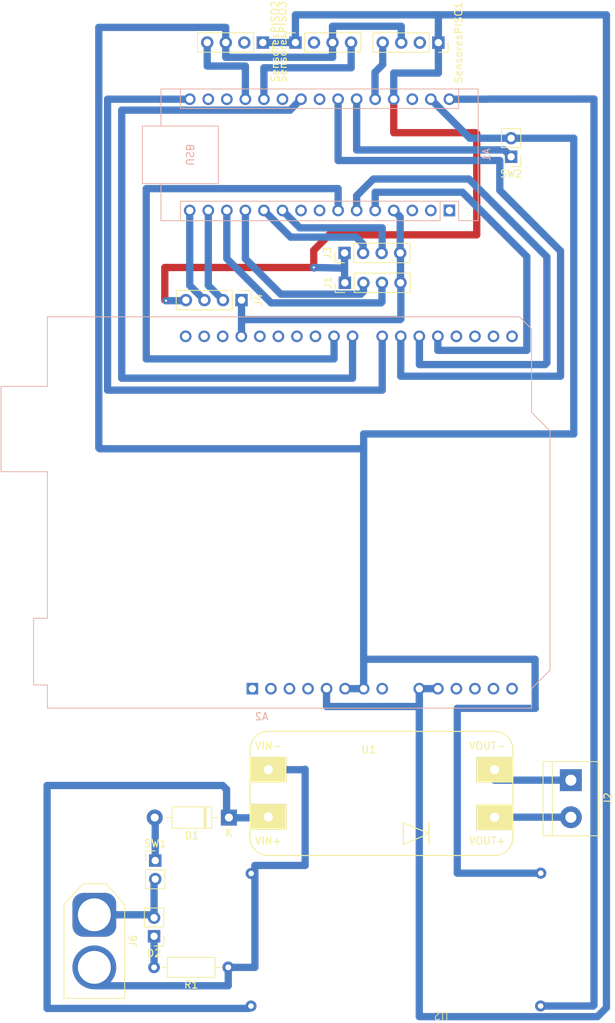
<source format=kicad_pcb>
(kicad_pcb (version 20240108) (generator "pcbnew") (generator_version "8.0")
  (layers (0 "F.Cu" signal) (31 "B.Cu" signal) (34 "B.Paste" user) (35 "F.Paste" user) (36 "B.SilkS" user "B.Silkscreen") (37 "F.SilkS" user "F.Silkscreen") (38 "B.Mask" user) (39 "F.Mask" user) (44 "Edge.Cuts" user))
  (net 0 "")
  (net 1 "AIN2 MONSTER SHIELD")
  (net 3 "ECHO 1")
  (net 4 "SENSOR DE PISO 1")
  (net 6 "ECHO 3")
  (net 10 "ECHO 2")
  (net 11 "GND")
  (net 12 "TRIG 2")
  (net 13 "VIN")
  (net 14 "AIN1 MONSTER SHIELD")
  (net 15 "SENSOR DE PISO 2")
  (net 16 "TRIG 3")
  (net 17 "BIN 2 MONSTER SHIELD")
  (net 18 "TRIG 1")
  (net 19 "BIN 1 MONSTER SHIELD")
  (net 20 "+5V")
  (net 21 "PWM A MONSTER SHIELD")
  (net 22 "PWM B MONSTER SHIELD")
  (net 23 "SENSOR DE PISO 3")
  (net 24 "Earth")
  (net 29 "Net-(D1-A)")
  (net 36 "Net-(D2-K)")
  (net 40 "Net-(D2-A)")
  (net 46 "BOTON ")
  (net 55 "STEP DOWN")
  (net 58 "Net-(J2-Pin_1)")
  (net 59 "Net-(J2-Pin_2)")
  (footprint "misc_footprints:MT3608_module" (layer "F.Cu") (at 142.5 122.48 180)
    (property "Reference" "U1" (at 0.25 6 180) (layer "F.SilkS"))
    (property "Value" "~")
    (fp_line (start 16.5 6) (end 16.5 -6) (stroke (width 0.15)) (layer "F.SilkS"))
    (fp_line (start 14 -8.5) (end -17 -8.5) (stroke (width 0.15)) (layer "F.SilkS"))
    (fp_line (start -4.5 -4) (end -8 -5.5) (stroke (width 0.15)) (layer "F.SilkS"))
    (fp_line (start -4.5 -7) (end -4.5 -4) (stroke (width 0.15)) (layer "F.SilkS"))
    (fp_line (start -8 -5.5) (end -4.5 -7) (stroke (width 0.15)) (layer "F.SilkS"))
    (fp_line (start -8 -7) (end -8 -4) (stroke (width 0.15)) (layer "F.SilkS"))
    (fp_line (start -17 8.5) (end 14 8.5) (stroke (width 0.15)) (layer "F.SilkS"))
    (fp_line (start -19.5 -6) (end -19.5 6) (stroke (width 0.15)) (layer "F.SilkS"))
    (fp_arc (start 16.5 6) (mid 15.767767 7.767767) (end 14 8.5) (stroke (width 0.15)) (layer "F.SilkS"))
    (fp_arc (start 14 -8.5) (mid 15.767767 -7.767767) (end 16.5 -6) (stroke (width 0.15)) (layer "F.SilkS"))
    (fp_arc (start -17 8.5) (mid -18.767767 7.767767) (end -19.5 6) (stroke (width 0.15)) (layer "F.SilkS"))
    (fp_arc (start -19.5 -6) (mid -18.767767 -7.767767) (end -17 -8.5) (stroke (width 0.15)) (layer "F.SilkS"))
    (fp_text user "VIN+" (at 14 -6.5 180) (layer "F.SilkS"))
    (fp_text user "VIN-" (at 14 6.5 180) (layer "F.SilkS"))
    (fp_text user "VOUT+" (at -16 -6.5 180) (layer "F.SilkS"))
    (fp_text user "VOUT-" (at -16 6.5 180) (layer "F.SilkS"))
    (pad "VIN+" thru_hole rect (at 14 -3.2) (size 5 3.5) (drill 1.25) (layers "*.Cu" "*.Mask" "F.SilkS") (net 55 "STEP DOWN"))
    (pad "VIN-" thru_hole rect (at 14 3.25) (size 5 3.5) (drill 1.25) (layers "*.Cu" "*.Mask" "F.SilkS") (net 24 "Earth"))
    (pad "VOUT+" thru_hole rect (at -17 -3.25) (size 5 3.5) (drill 1.25) (layers "*.Cu" "*.Mask" "F.SilkS") (net 59 "Net-(J2-Pin_2)"))
    (pad "VOUT-" thru_hole rect (at -17 3.25) (size 5 3.5) (drill 1.25) (layers "*.Cu" "*.Mask" "F.SilkS") (net 58 "Net-(J2-Pin_1)"))
  )
  (footprint "Connector_PinSocket_2.54mm:PinSocket_1x04_P2.54mm_Vertical" (layer "F.Cu") (at 132.22 19.63 90)
    (property "Reference" "SensoresPISO2" (at 0.13 -2.8 -90) (layer "F.SilkS"))
    (property "Value" "Conn_01x04")
    (fp_line (start 1.33 -1.33) (end 1.33 0) (stroke (width 0.12)) (layer "F.SilkS"))
    (fp_line (start 0 -1.33) (end 1.33 -1.33) (stroke (width 0.12)) (layer "F.SilkS"))
    (fp_line (start 1.33 1.27) (end 1.33 8.95) (stroke (width 0.12)) (layer "F.SilkS"))
    (fp_line (start -1.33 1.27) (end 1.33 1.27) (stroke (width 0.12)) (layer "F.SilkS"))
    (fp_line (start -1.33 1.27) (end -1.33 8.95) (stroke (width 0.12)) (layer "F.SilkS"))
    (fp_line (start -1.33 8.95) (end 1.33 8.95) (stroke (width 0.12)) (layer "F.SilkS"))
    (pad "1" thru_hole rect (at 0 0 90) (size 1.7 1.7) (drill 1) (layers "*.Cu" "*.Mask") (net 20 "+5V"))
    (pad "2" thru_hole oval (at 0 2.54 90) (size 1.7 1.7) (drill 1) (layers "*.Cu" "*.Mask"))
    (pad "3" thru_hole oval (at 0 5.08 90) (size 1.7 1.7) (drill 1) (layers "*.Cu" "*.Mask") (net 11 "GND"))
    (pad "4" thru_hole oval (at 0 7.62 90) (size 1.7 1.7) (drill 1) (layers "*.Cu" "*.Mask") (net 15 "SENSOR DE PISO 2"))
  )
  (footprint "Connector_PinHeader_2.54mm:PinHeader_1x04_P2.54mm_Vertical" (layer "F.Cu") (at 138.95 48.45 90)
    (property "Reference" "J3" (at 0 -2.33 270) (layer "F.SilkS"))
    (property "Value" "Ultrasonico 2")
    (fp_line (start -1.33 -1.33) (end 0 -1.33) (stroke (width 0.12)) (layer "F.SilkS"))
    (fp_line (start -1.33 0) (end -1.33 -1.33) (stroke (width 0.12)) (layer "F.SilkS"))
    (fp_line (start 1.33 1.27) (end 1.33 8.95) (stroke (width 0.12)) (layer "F.SilkS"))
    (fp_line (start -1.33 1.27) (end 1.33 1.27) (stroke (width 0.12)) (layer "F.SilkS"))
    (fp_line (start -1.33 1.27) (end -1.33 8.95) (stroke (width 0.12)) (layer "F.SilkS"))
    (fp_line (start -1.33 8.95) (end 1.33 8.95) (stroke (width 0.12)) (layer "F.SilkS"))
    (pad "1" thru_hole rect (at 0 0 90) (size 1.7 1.7) (drill 1) (layers "*.Cu" "*.Mask") (net 20 "+5V"))
    (pad "2" thru_hole oval (at 0 2.54 90) (size 1.7 1.7) (drill 1) (layers "*.Cu" "*.Mask") (net 12 "TRIG 2"))
    (pad "3" thru_hole oval (at 0 5.08 90) (size 1.7 1.7) (drill 1) (layers "*.Cu" "*.Mask") (net 10 "ECHO 2"))
    (pad "4" thru_hole oval (at 0 7.62 90) (size 1.7 1.7) (drill 1) (layers "*.Cu" "*.Mask") (net 11 "GND"))
  )
  (footprint "Connector_PinHeader_2.54mm:PinHeader_1x02_P2.54mm_Vertical" (layer "F.Cu") (at 161.76 35.275 180)
    (property "Reference" "SW2" (at 0 -2.33 180) (layer "F.SilkS"))
    (property "Value" "SW_Push")
    (fp_line (start 1.33 1.27) (end 1.33 3.87) (stroke (width 0.12)) (layer "F.SilkS"))
    (fp_line (start -1.33 3.87) (end 1.33 3.87) (stroke (width 0.12)) (layer "F.SilkS"))
    (fp_line (start -1.33 1.27) (end 1.33 1.27) (stroke (width 0.12)) (layer "F.SilkS"))
    (fp_line (start -1.33 1.27) (end -1.33 3.87) (stroke (width 0.12)) (layer "F.SilkS"))
    (fp_line (start -1.33 0) (end -1.33 -1.33) (stroke (width 0.12)) (layer "F.SilkS"))
    (fp_line (start -1.33 -1.33) (end 0 -1.33) (stroke (width 0.12)) (layer "F.SilkS"))
    (pad "1" thru_hole rect (at 0 0 180) (size 1.7 1.7) (drill 1) (layers "*.Cu" "*.Mask") (net 46 "BOTON "))
    (pad "2" thru_hole oval (at 0 2.54 180) (size 1.7 1.7) (drill 1) (layers "*.Cu" "*.Mask") (net 11 "GND"))
  )
  (footprint "Connector_PinSocket_2.54mm:PinSocket_1x04_P2.54mm_Vertical" (layer "F.Cu") (at 127.76 19.63 -90)
    (property "Reference" "SensoresPISO3" (at -0.13 -2.74 90) (layer "F.SilkS"))
    (property "Value" "Conn_01x04")
    (fp_line (start -1.33 8.95) (end 1.33 8.95) (stroke (width 0.12)) (layer "F.SilkS"))
    (fp_line (start -1.33 1.27) (end -1.33 8.95) (stroke (width 0.12)) (layer "F.SilkS"))
    (fp_line (start -1.33 1.27) (end 1.33 1.27) (stroke (width 0.12)) (layer "F.SilkS"))
    (fp_line (start 1.33 1.27) (end 1.33 8.95) (stroke (width 0.12)) (layer "F.SilkS"))
    (fp_line (start 0 -1.33) (end 1.33 -1.33) (stroke (width 0.12)) (layer "F.SilkS"))
    (fp_line (start 1.33 -1.33) (end 1.33 0) (stroke (width 0.12)) (layer "F.SilkS"))
    (pad "1" thru_hole rect (at 0 0 270) (size 1.7 1.7) (drill 1) (layers "*.Cu" "*.Mask") (net 20 "+5V"))
    (pad "2" thru_hole oval (at 0 2.54 270) (size 1.7 1.7) (drill 1) (layers "*.Cu" "*.Mask"))
    (pad "3" thru_hole oval (at 0 5.08 270) (size 1.7 1.7) (drill 1) (layers "*.Cu" "*.Mask") (net 11 "GND"))
    (pad "4" thru_hole oval (at 0 7.62 270) (size 1.7 1.7) (drill 1) (layers "*.Cu" "*.Mask") (net 23 "SENSOR DE PISO 3"))
  )
  (footprint "Connector_PinSocket_2.54mm:PinSocket_1x04_P2.54mm_Vertical" (layer "F.Cu") (at 151.795 19.64 -90)
    (property "Reference" "SensoresPISO1" (at 0 -2.77 90) (layer "F.SilkS"))
    (property "Value" "Conn_01x04")
    (fp_line (start -1.33 8.95) (end 1.33 8.95) (stroke (width 0.12)) (layer "F.SilkS"))
    (fp_line (start -1.33 1.27) (end -1.33 8.95) (stroke (width 0.12)) (layer "F.SilkS"))
    (fp_line (start -1.33 1.27) (end 1.33 1.27) (stroke (width 0.12)) (layer "F.SilkS"))
    (fp_line (start 1.33 1.27) (end 1.33 8.95) (stroke (width 0.12)) (layer "F.SilkS"))
    (fp_line (start 0 -1.33) (end 1.33 -1.33) (stroke (width 0.12)) (layer "F.SilkS"))
    (fp_line (start 1.33 -1.33) (end 1.33 0) (stroke (width 0.12)) (layer "F.SilkS"))
    (pad "1" thru_hole rect (at 0 0 270) (size 1.7 1.7) (drill 1) (layers "*.Cu" "*.Mask") (net 20 "+5V"))
    (pad "2" thru_hole oval (at 0 2.54 270) (size 1.7 1.7) (drill 1) (layers "*.Cu" "*.Mask"))
    (pad "3" thru_hole oval (at 0 5.08 270) (size 1.7 1.7) (drill 1) (layers "*.Cu" "*.Mask") (net 11 "GND"))
    (pad "4" thru_hole oval (at 0 7.62 270) (size 1.7 1.7) (drill 1) (layers "*.Cu" "*.Mask") (net 4 "SENSOR DE PISO 1"))
  )
  (footprint "Connector_PinHeader_2.54mm:PinHeader_1x04_P2.54mm_Vertical" (layer "F.Cu") (at 124.84 54.91 -90)
    (property "Reference" "J4" (at 0 -2.33 90) (layer "F.SilkS"))
    (property "Value" "Ultrasonico 3" (hide yes))
    (fp_line (start -1.33 8.95) (end 1.33 8.95) (stroke (width 0.12)) (layer "F.SilkS"))
    (fp_line (start -1.33 1.27) (end -1.33 8.95) (stroke (width 0.12)) (layer "F.SilkS"))
    (fp_line (start -1.33 1.27) (end 1.33 1.27) (stroke (width 0.12)) (layer "F.SilkS"))
    (fp_line (start 1.33 1.27) (end 1.33 8.95) (stroke (width 0.12)) (layer "F.SilkS"))
    (fp_line (start -1.33 0) (end -1.33 -1.33) (stroke (width 0.12)) (layer "F.SilkS"))
    (fp_line (start -1.33 -1.33) (end 0 -1.33) (stroke (width 0.12)) (layer "F.SilkS"))
    (pad "1" thru_hole rect (at 0 0 270) (size 1.7 1.7) (drill 1) (layers "*.Cu" "*.Mask") (net 11 "GND"))
    (pad "2" thru_hole oval (at 0 2.54 270) (size 1.7 1.7) (drill 1) (layers "*.Cu" "*.Mask") (net 6 "ECHO 3"))
    (pad "3" thru_hole oval (at 0 5.08 270) (size 1.7 1.7) (drill 1) (layers "*.Cu" "*.Mask") (net 16 "TRIG 3"))
    (pad "4" thru_hole oval (at 0 7.62 270) (size 1.7 1.7) (drill 1) (layers "*.Cu" "*.Mask") (net 20 "+5V"))
  )
  (footprint "Diode_THT:D_DO-41_SOD81_P10.16mm_Horizontal" (layer "F.Cu") (at 123.11 125.78 180)
    (property "Reference" "D1" (at 5.08 -2.47 180) (layer "F.SilkS"))
    (property "Value" "1N4007")
    (fp_line (start 8.82 0) (end 7.8 0) (stroke (width 0.12)) (layer "F.SilkS"))
    (fp_line (start 7.8 1.47) (end 7.8 -1.47) (stroke (width 0.12)) (layer "F.SilkS"))
    (fp_line (start 7.8 -1.47) (end 2.36 -1.47) (stroke (width 0.12)) (layer "F.SilkS"))
    (fp_line (start 3.38 -1.47) (end 3.38 1.47) (stroke (width 0.12)) (layer "F.SilkS"))
    (fp_line (start 3.26 -1.47) (end 3.26 1.47) (stroke (width 0.12)) (layer "F.SilkS"))
    (fp_line (start 3.14 -1.47) (end 3.14 1.47) (stroke (width 0.12)) (layer "F.SilkS"))
    (fp_line (start 2.36 1.47) (end 7.8 1.47) (stroke (width 0.12)) (layer "F.SilkS"))
    (fp_line (start 2.36 -1.47) (end 2.36 1.47) (stroke (width 0.12)) (layer "F.SilkS"))
    (fp_line (start 1.34 0) (end 2.36 0) (stroke (width 0.12)) (layer "F.SilkS"))
    (fp_text user "K" (at 0 -2.1 180) (layer "F.SilkS"))
    (pad "1" thru_hole rect (at 0 0 180) (size 2.2 2.2) (drill 1.1) (layers "*.Cu" "*.Mask") (net 55 "STEP DOWN"))
    (pad "2" thru_hole oval (at 10.16 0 180) (size 2.2 2.2) (drill 1.1) (layers "*.Cu" "*.Mask") (net 29 "Net-(D1-A)"))
  )
  (footprint "Connector_PinHeader_2.54mm:PinHeader_1x02_P2.54mm_Vertical" (layer "F.Cu") (at 112.86 142.04 180)
    (property "Reference" "D2" (at 0 -2.33 180) (layer "F.SilkS"))
    (property "Value" "LED" (hide yes))
    (fp_line (start 1.33 1.27) (end 1.33 3.87) (stroke (width 0.12)) (layer "F.SilkS"))
    (fp_line (start -1.33 3.87) (end 1.33 3.87) (stroke (width 0.12)) (layer "F.SilkS"))
    (fp_line (start -1.33 1.27) (end 1.33 1.27) (stroke (width 0.12)) (layer "F.SilkS"))
    (fp_line (start -1.33 1.27) (end -1.33 3.87) (stroke (width 0.12)) (layer "F.SilkS"))
    (fp_line (start -1.33 0) (end -1.33 -1.33) (stroke (width 0.12)) (layer "F.SilkS"))
    (fp_line (start -1.33 -1.33) (end 0 -1.33) (stroke (width 0.12)) (layer "F.SilkS"))
    (pad "1" thru_hole rect (at 0 0 180) (size 1.7 1.7) (drill 1) (layers "*.Cu" "*.Mask") (net 36 "Net-(D2-K)"))
    (pad "2" thru_hole oval (at 0 2.54 180) (size 1.7 1.7) (drill 1) (layers "*.Cu" "*.Mask") (net 40 "Net-(D2-A)"))
  )
  (footprint "Resistor_THT:R_Axial_DIN0207_L6.3mm_D2.5mm_P10.16mm_Horizontal" (layer "F.Cu") (at 123.02 146.3 180)
    (property "Reference" "R1" (at 5.08 -2.37 180) (layer "F.SilkS"))
    (property "Value" "R_US")
    (fp_line (start 9.12 0) (end 8.35 0) (stroke (width 0.12)) (layer "F.SilkS"))
    (fp_line (start 8.35 1.37) (end 8.35 -1.37) (stroke (width 0.12)) (layer "F.SilkS"))
    (fp_line (start 8.35 -1.37) (end 1.81 -1.37) (stroke (width 0.12)) (layer "F.SilkS"))
    (fp_line (start 1.81 1.37) (end 8.35 1.37) (stroke (width 0.12)) (layer "F.SilkS"))
    (fp_line (start 1.81 -1.37) (end 1.81 1.37) (stroke (width 0.12)) (layer "F.SilkS"))
    (fp_line (start 1.04 0) (end 1.81 0) (stroke (width 0.12)) (layer "F.SilkS"))
    (pad "1" thru_hole circle (at 0 0 180) (size 1.6 1.6) (drill 0.8) (layers "*.Cu" "*.Mask") (net 24 "Earth"))
    (pad "2" thru_hole oval (at 10.16 0 180) (size 1.6 1.6) (drill 0.8) (layers "*.Cu" "*.Mask") (net 36 "Net-(D2-K)"))
  )
  (footprint "Connector_AMASS:AMASS_XT60-F_1x02_P7.20mm_Vertical" (layer "F.Cu") (at 104.68 139.1 -90)
    (property "Reference" "J6" (at 3.6 -5.3 90) (layer "F.SilkS"))
    (property "Value" "Screw_Terminal_01x02")
    (fp_line (start -1.4 4.15) (end 11.45 4.15) (stroke (width 0.12)) (layer "F.SilkS"))
    (fp_line (start 11.45 4.15) (end 11.45 -4.15) (stroke (width 0.12)) (layer "F.SilkS"))
    (fp_line (start -4.25 1.55) (end -1.4 4.15) (stroke (width 0.12)) (layer "F.SilkS"))
    (fp_line (start -4.25 -1.6) (end -4.25 1.55) (stroke (width 0.12)) (layer "F.SilkS"))
    (fp_line (start -1.4 -4.15) (end -4.25 -1.6) (stroke (width 0.12)) (layer "F.SilkS"))
    (fp_line (start 11.45 -4.15) (end -1.4 -4.15) (stroke (width 0.12)) (layer "F.SilkS"))
    (pad "1" thru_hole roundrect (at 0 0 270) (size 6 6) (drill 4.5) (layers "*.Cu" "*.Mask") (net 40 "Net-(D2-A)"))
    (pad "2" thru_hole circle (at 7.2 0 270) (size 6 6) (drill 4.5) (layers "*.Cu" "*.Mask") (net 24 "Earth"))
  )
  (footprint "Connector_PinHeader_2.54mm:PinHeader_1x04_P2.54mm_Vertical" (layer "F.Cu") (at 138.99 52.54 90)
    (property "Reference" "J1" (at 0 -2.33 270) (layer "F.SilkS"))
    (property "Value" "Ultrasonico 1")
    (fp_line (start -1.33 -1.33) (end 0 -1.33) (stroke (width 0.12)) (layer "F.SilkS"))
    (fp_line (start -1.33 0) (end -1.33 -1.33) (stroke (width 0.12)) (layer "F.SilkS"))
    (fp_line (start 1.33 1.27) (end 1.33 8.95) (stroke (width 0.12)) (layer "F.SilkS"))
    (fp_line (start -1.33 1.27) (end 1.33 1.27) (stroke (width 0.12)) (layer "F.SilkS"))
    (fp_line (start -1.33 1.27) (end -1.33 8.95) (stroke (width 0.12)) (layer "F.SilkS"))
    (fp_line (start -1.33 8.95) (end 1.33 8.95) (stroke (width 0.12)) (layer "F.SilkS"))
    (pad "1" thru_hole rect (at 0 0 90) (size 1.7 1.7) (drill 1) (layers "*.Cu" "*.Mask") (net 20 "+5V"))
    (pad "2" thru_hole oval (at 0 2.54 90) (size 1.7 1.7) (drill 1) (layers "*.Cu" "*.Mask") (net 18 "TRIG 1"))
    (pad "3" thru_hole oval (at 0 5.08 90) (size 1.7 1.7) (drill 1) (layers "*.Cu" "*.Mask") (net 3 "ECHO 1"))
    (pad "4" thru_hole oval (at 0 7.62 90) (size 1.7 1.7) (drill 1) (layers "*.Cu" "*.Mask") (net 11 "GND"))
  )
  (footprint "Step Down:Step Down" (layer "F.Cu") (at 152.18 152.42 180)
    (property "Reference" "U2" (at 0 -0.5 180) (layer "F.SilkS") (effects (font (thickness 0.1))))
    (property "Value" "~")
    (pad "VIN+" thru_hole circle (at 26.05 0.82 180) (size 1.524 1.524) (drill 0.762) (layers "*.Cu" "*.Mask") (net 55 "STEP DOWN"))
    (pad "VIN-" thru_hole circle (at 26.02 18.98 180) (size 1.524 1.524) (drill 0.762) (layers "*.Cu" "*.Mask") (net 24 "Earth"))
    (pad "VOUT+" thru_hole circle (at -13.62 0.83 180) (size 1.524 1.524) (drill 0.762) (layers "*.Cu" "*.Mask") (net 13 "VIN"))
    (pad "VOUT-" thru_hole circle (at -13.64 19.02 180) (size 1.524 1.524) (drill 0.762) (layers "*.Cu" "*.Mask") (net 11 "GND"))
  )
  (footprint "Connector_PinHeader_2.54mm:PinHeader_1x02_P2.54mm_Vertical" (layer "F.Cu") (at 113.02 131.67)
    (property "Reference" "SW1" (at 0 -2.33 0) (layer "F.SilkS"))
    (property "Value" "SW_SPST" (hide yes))
    (fp_line (start -1.33 -1.33) (end 0 -1.33) (stroke (width 0.12)) (layer "F.SilkS"))
    (fp_line (start -1.33 0) (end -1.33 -1.33) (stroke (width 0.12)) (layer "F.SilkS"))
    (fp_line (start -1.33 1.27) (end -1.33 3.87) (stroke (width 0.12)) (layer "F.SilkS"))
    (fp_line (start -1.33 1.27) (end 1.33 1.27) (stroke (width 0.12)) (layer "F.SilkS"))
    (fp_line (start -1.33 3.87) (end 1.33 3.87) (stroke (width 0.12)) (layer "F.SilkS"))
    (fp_line (start 1.33 1.27) (end 1.33 3.87) (stroke (width 0.12)) (layer "F.SilkS"))
    (pad "1" thru_hole rect (at 0 0) (size 1.7 1.7) (drill 1) (layers "*.Cu" "*.Mask") (net 29 "Net-(D1-A)"))
    (pad "2" thru_hole oval (at 0 2.54) (size 1.7 1.7) (drill 1) (layers "*.Cu" "*.Mask") (net 40 "Net-(D2-A)"))
  )
  (footprint "TerminalBlock:TerminalBlock_bornier-2_P5.08mm" (layer "F.Cu") (at 169.94 120.66 -90)
    (property "Reference" "J2" (at 2.54 -5.08 90) (layer "F.SilkS"))
    (property "Value" "Screw_Terminal_01x02")
    (fp_line (start -2.54 3.81) (end 7.62 3.81) (stroke (width 0.12)) (layer "F.SilkS"))
    (fp_line (start 7.62 3.81) (end 7.62 -3.81) (stroke (width 0.12)) (layer "F.SilkS"))
    (fp_line (start 7.62 2.54) (end -2.54 2.54) (stroke (width 0.12)) (layer "F.SilkS"))
    (fp_line (start -2.54 -3.81) (end -2.54 3.81) (stroke (width 0.12)) (layer "F.SilkS"))
    (fp_line (start 7.62 -3.81) (end -2.54 -3.81) (stroke (width 0.12)) (layer "F.SilkS"))
    (pad "1" thru_hole rect (at 0 0 270) (size 3 3) (drill 1.52) (layers "*.Cu" "*.Mask") (net 58 "Net-(J2-Pin_1)"))
    (pad "2" thru_hole circle (at 5.08 0 270) (size 3 3) (drill 1.52) (layers "*.Cu" "*.Mask") (net 59 "Net-(J2-Pin_2)"))
  )
  (footprint "Module:Arduino_UNO_R3" (layer "B.Cu") (at 126.325 108.13)
    (property "Reference" "A2" (at 1.27 3.81 0) (layer "B.SilkS") (effects (justify mirror)))
    (property "Value" "MONSTER SHIELD")
    (fp_line (start -34.42 -41.4) (end -34.42 -29.72) (stroke (width 0.12)) (layer "B.SilkS"))
    (fp_line (start -34.42 -29.72) (end -28.07 -29.72) (stroke (width 0.12)) (layer "B.SilkS"))
    (fp_line (start -29.97 -9.65) (end -29.97 -0.51) (stroke (width 0.12)) (layer "B.SilkS"))
    (fp_line (start -29.97 -0.51) (end -28.07 -0.51) (stroke (width 0.12)) (layer "B.SilkS"))
    (fp_line (start -28.07 -50.93) (end -28.07 -41.4) (stroke (width 0.12)) (layer "B.SilkS"))
    (fp_line (start -28.07 -41.4) (end -34.42 -41.4) (stroke (width 0.12)) (layer "B.SilkS"))
    (fp_line (start -28.07 -29.72) (end -28.07 -9.65) (stroke (width 0.12)) (layer "B.SilkS"))
    (fp_line (start -28.07 -9.65) (end -29.97 -9.65) (stroke (width 0.12)) (layer "B.SilkS"))
    (fp_line (start -28.07 -0.51) (end -28.07 2.67) (stroke (width 0.12)) (layer "B.SilkS"))
    (fp_line (start -28.07 2.67) (end 38.23 2.67) (stroke (width 0.12)) (layer "B.SilkS"))
    (fp_line (start 36.58 -50.93) (end -28.07 -50.93) (stroke (width 0.12)) (layer "B.SilkS"))
    (fp_line (start 38.23 -49.28) (end 36.58 -50.93) (stroke (width 0.12)) (layer "B.SilkS"))
    (fp_line (start 38.23 -37.85) (end 38.23 -49.28) (stroke (width 0.12)) (layer "B.SilkS"))
    (fp_line (start 38.23 0) (end 40.77 -2.54) (stroke (width 0.12)) (layer "B.SilkS"))
    (fp_line (start 38.23 2.67) (end 38.23 0) (stroke (width 0.12)) (layer "B.SilkS"))
    (fp_line (start 40.77 -35.31) (end 38.23 -37.85) (stroke (width 0.12)) (layer "B.SilkS"))
    (fp_line (start 40.77 -2.54) (end 40.77 -35.31) (stroke (width 0.12)) (layer "B.SilkS"))
    (pad "1" thru_hole rect (at 0 0 270) (size 1.6 1.6) (drill 1) (layers "*.Cu" "*.Mask"))
    (pad "2" thru_hole oval (at 2.54 0 270) (size 1.6 1.6) (drill 1) (layers "*.Cu" "*.Mask"))
    (pad "3" thru_hole oval (at 5.08 0 270) (size 1.6 1.6) (drill 1) (layers "*.Cu" "*.Mask"))
    (pad "4" thru_hole oval (at 7.62 0 270) (size 1.6 1.6) (drill 1) (layers "*.Cu" "*.Mask"))
    (pad "5" thru_hole oval (at 10.16 0 270) (size 1.6 1.6) (drill 1) (layers "*.Cu" "*.Mask") (net 20 "+5V"))
    (pad "6" thru_hole oval (at 12.7 0 270) (size 1.6 1.6) (drill 1) (layers "*.Cu" "*.Mask") (net 11 "GND"))
    (pad "7" thru_hole oval (at 15.24 0 270) (size 1.6 1.6) (drill 1) (layers "*.Cu" "*.Mask") (net 11 "GND"))
    (pad "8" thru_hole oval (at 17.78 0 270) (size 1.6 1.6) (drill 1) (layers "*.Cu" "*.Mask"))
    (pad "9" thru_hole oval (at 22.86 0 270) (size 1.6 1.6) (drill 1) (layers "*.Cu" "*.Mask") (net 20 "+5V"))
    (pad "10" thru_hole oval (at 25.4 0 270) (size 1.6 1.6) (drill 1) (layers "*.Cu" "*.Mask") (net 20 "+5V"))
    (pad "11" thru_hole oval (at 27.94 0 270) (size 1.6 1.6) (drill 1) (layers "*.Cu" "*.Mask"))
    (pad "12" thru_hole oval (at 30.48 0 270) (size 1.6 1.6) (drill 1) (layers "*.Cu" "*.Mask"))
    (pad "13" thru_hole oval (at 33.02 0 270) (size 1.6 1.6) (drill 1) (layers "*.Cu" "*.Mask"))
    (pad "14" thru_hole oval (at 35.56 0 270) (size 1.6 1.6) (drill 1) (layers "*.Cu" "*.Mask"))
    (pad "15" thru_hole oval (at 35.56 -48.26 270) (size 1.6 1.6) (drill 1) (layers "*.Cu" "*.Mask"))
    (pad "16" thru_hole oval (at 33.02 -48.26 270) (size 1.6 1.6) (drill 1) (layers "*.Cu" "*.Mask"))
    (pad "17" thru_hole oval (at 30.48 -48.26 270) (size 1.6 1.6) (drill 1) (layers "*.Cu" "*.Mask"))
    (pad "18" thru_hole oval (at 27.94 -48.26 270) (size 1.6 1.6) (drill 1) (layers "*.Cu" "*.Mask"))
    (pad "19" thru_hole oval (at 25.4 -48.26 270) (size 1.6 1.6) (drill 1) (layers "*.Cu" "*.Mask") (net 19 "BIN 1 MONSTER SHIELD"))
    (pad "20" thru_hole oval (at 22.86 -48.26 270) (size 1.6 1.6) (drill 1) (layers "*.Cu" "*.Mask") (net 21 "PWM A MONSTER SHIELD"))
    (pad "21" thru_hole oval (at 20.32 -48.26 270) (size 1.6 1.6) (drill 1) (layers "*.Cu" "*.Mask") (net 22 "PWM B MONSTER SHIELD"))
    (pad "22" thru_hole oval (at 17.78 -48.26 270) (size 1.6 1.6) (drill 1) (layers "*.Cu" "*.Mask") (net 14 "AIN1 MONSTER SHIELD"))
    (pad "23" thru_hole oval (at 13.72 -48.26 270) (size 1.6 1.6) (drill 1) (layers "*.Cu" "*.Mask") (net 1 "AIN2 MONSTER SHIELD"))
    (pad "24" thru_hole oval (at 11.18 -48.26 270) (size 1.6 1.6) (drill 1) (layers "*.Cu" "*.Mask") (net 17 "BIN 2 MONSTER SHIELD"))
    (pad "25" thru_hole oval (at 8.64 -48.26 270) (size 1.6 1.6) (drill 1) (layers "*.Cu" "*.Mask"))
    (pad "26" thru_hole oval (at 6.1 -48.26 270) (size 1.6 1.6) (drill 1) (layers "*.Cu" "*.Mask"))
    (pad "27" thru_hole oval (at 3.56 -48.26 270) (size 1.6 1.6) (drill 1) (layers "*.Cu" "*.Mask"))
    (pad "28" thru_hole oval (at 1.02 -48.26 270) (size 1.6 1.6) (drill 1) (layers "*.Cu" "*.Mask"))
    (pad "29" thru_hole oval (at -1.52 -48.26 270) (size 1.6 1.6) (drill 1) (layers "*.Cu" "*.Mask") (net 11 "GND"))
    (pad "30" thru_hole oval (at -4.06 -48.26 270) (size 1.6 1.6) (drill 1) (layers "*.Cu" "*.Mask"))
    (pad "31" thru_hole oval (at -6.6 -48.26 270) (size 1.6 1.6) (drill 1) (layers "*.Cu" "*.Mask"))
    (pad "32" thru_hole oval (at -9.14 -48.26 270) (size 1.6 1.6) (drill 1) (layers "*.Cu" "*.Mask"))
  )
  (footprint "Module:Arduino_Nano" (layer "B.Cu") (at 153.305 42.63 90)
    (property "Reference" "A1" (at 7.62 5.08 -90) (layer "B.SilkS") (effects (justify mirror)))
    (property "Value" "Arduino_Nano_v3.x")
    (fp_line (start 11.56 -42.04) (end 11.56 -31.62) (stroke (width 0.12)) (layer "B.SilkS"))
    (fp_line (start 3.68 -42.04) (end 11.56 -42.04) (stroke (width 0.12)) (layer "B.SilkS"))
    (fp_line (start 11.56 -39.5) (end 16.64 -39.5) (stroke (width 0.12)) (layer "B.SilkS"))
    (fp_line (start 3.68 -39.5) (end -1.4 -39.5) (stroke (width 0.12)) (layer "B.SilkS"))
    (fp_line (start -1.4 -39.5) (end -1.4 -1.27) (stroke (width 0.12)) (layer "B.SilkS"))
    (fp_line (start 16.64 -36.83) (end 13.97 -36.83) (stroke (width 0.12)) (layer "B.SilkS"))
    (fp_line (start 13.97 -36.83) (end 13.97 1.27) (stroke (width 0.12)) (layer "B.SilkS"))
    (fp_line (start 1.27 -36.83) (end 1.27 -1.27) (stroke (width 0.12)) (layer "B.SilkS"))
    (fp_line (start -1.4 -36.83) (end 1.27 -36.83) (stroke (width 0.12)) (layer "B.SilkS"))
    (fp_line (start 11.56 -31.62) (end 3.68 -31.62) (stroke (width 0.12)) (layer "B.SilkS"))
    (fp_line (start 3.68 -31.62) (end 3.68 -42.04) (stroke (width 0.12)) (layer "B.SilkS"))
    (fp_line (start -1.4 -1.27) (end 1.27 -1.27) (stroke (width 0.12)) (layer "B.SilkS"))
    (fp_line (start 16.64 1.27) (end 13.97 1.27) (stroke (width 0.12)) (layer "B.SilkS"))
    (fp_line (start 1.27 1.27) (end 1.27 -1.27) (stroke (width 0.12)) (layer "B.SilkS"))
    (fp_line (start -1.4 1.27) (end 1.27 1.27) (stroke (width 0.12)) (layer "B.SilkS"))
    (fp_line (start -1.4 1.27) (end -1.4 3.94) (stroke (width 0.12)) (layer "B.SilkS"))
    (fp_line (start 16.64 3.94) (end 16.64 -39.5) (stroke (width 0.12)) (layer "B.SilkS"))
    (fp_line (start -1.4 3.94) (end 16.64 3.94) (stroke (width 0.12)) (layer "B.SilkS"))
    (fp_text user "USB" (at 7.62 -35.56 -90) (layer "B.SilkS") (effects (justify mirror)))
    (pad "1" thru_hole rect (at 0 0 90) (size 1.6 1.6) (drill 1) (layers "*.Cu" "*.Mask"))
    (pad "2" thru_hole oval (at 0 -2.54 90) (size 1.6 1.6) (drill 1) (layers "*.Cu" "*.Mask"))
    (pad "3" thru_hole oval (at 0 -5.08 90) (size 1.6 1.6) (drill 1) (layers "*.Cu" "*.Mask"))
    (pad "4" thru_hole oval (at 0 -7.62 90) (size 1.6 1.6) (drill 1) (layers "*.Cu" "*.Mask") (net 11 "GND"))
    (pad "5" thru_hole oval (at 0 -10.16 90) (size 1.6 1.6) (drill 1) (layers "*.Cu" "*.Mask") (net 19 "BIN 1 MONSTER SHIELD"))
    (pad "6" thru_hole oval (at 0 -12.7 90) (size 1.6 1.6) (drill 1) (layers "*.Cu" "*.Mask") (net 21 "PWM A MONSTER SHIELD"))
    (pad "7" thru_hole oval (at 0 -15.24 90) (size 1.6 1.6) (drill 1) (layers "*.Cu" "*.Mask") (net 17 "BIN 2 MONSTER SHIELD"))
    (pad "8" thru_hole oval (at 0 -17.78 90) (size 1.6 1.6) (drill 1) (layers "*.Cu" "*.Mask"))
    (pad "9" thru_hole oval (at 0 -20.32 90) (size 1.6 1.6) (drill 1) (layers "*.Cu" "*.Mask"))
    (pad "10" thru_hole oval (at 0 -22.86 90) (size 1.6 1.6) (drill 1) (layers "*.Cu" "*.Mask") (net 10 "ECHO 2"))
    (pad "11" thru_hole oval (at 0 -25.4 90) (size 1.6 1.6) (drill 1) (layers "*.Cu" "*.Mask") (net 12 "TRIG 2"))
    (pad "12" thru_hole oval (at 0 -27.94 90) (size 1.6 1.6) (drill 1) (layers "*.Cu" "*.Mask") (net 18 "TRIG 1"))
    (pad "13" thru_hole oval (at 0 -30.48 90) (size 1.6 1.6) (drill 1) (layers "*.Cu" "*.Mask") (net 3 "ECHO 1"))
    (pad "14" thru_hole oval (at 0 -33.02 90) (size 1.6 1.6) (drill 1) (layers "*.Cu" "*.Mask") (net 6 "ECHO 3"))
    (pad "15" thru_hole oval (at 0 -35.56 90) (size 1.6 1.6) (drill 1) (layers "*.Cu" "*.Mask") (net 16 "TRIG 3"))
    (pad "16" thru_hole oval (at 15.24 -35.56 90) (size 1.6 1.6) (drill 1) (layers "*.Cu" "*.Mask") (net 14 "AIN1 MONSTER SHIELD"))
    (pad "17" thru_hole oval (at 15.24 -33.02 90) (size 1.6 1.6) (drill 1) (layers "*.Cu" "*.Mask"))
    (pad "18" thru_hole oval (at 15.24 -30.48 90) (size 1.6 1.6) (drill 1) (layers "*.Cu" "*.Mask"))
    (pad "19" thru_hole oval (at 15.24 -27.94 90) (size 1.6 1.6) (drill 1) (layers "*.Cu" "*.Mask") (net 23 "SENSOR DE PISO 3"))
    (pad "20" thru_hole oval (at 15.24 -25.4 90) (size 1.6 1.6) (drill 1) (layers "*.Cu" "*.Mask") (net 15 "SENSOR DE PISO 2"))
    (pad "21" thru_hole oval (at 15.24 -22.86 90) (size 1.6 1.6) (drill 1) (layers "*.Cu" "*.Mask"))
    (pad "22" thru_hole oval (at 15.24 -20.32 90) (size 1.6 1.6) (drill 1) (layers "*.Cu" "*.Mask") (net 1 "AIN2 MONSTER SHIELD"))
    (pad "23" thru_hole oval (at 15.24 -17.78 90) (size 1.6 1.6) (drill 1) (layers "*.Cu" "*.Mask"))
    (pad "24" thru_hole oval (at 15.24 -15.24 90) (size 1.6 1.6) (drill 1) (layers "*.Cu" "*.Mask") (net 22 "PWM B MONSTER SHIELD"))
    (pad "25" thru_hole oval (at 15.24 -12.7 90) (size 1.6 1.6) (drill 1) (layers "*.Cu" "*.Mask") (net 46 "BOTON "))
    (pad "26" thru_hole oval (at 15.24 -10.16 90) (size 1.6 1.6) (drill 1) (layers "*.Cu" "*.Mask") (net 4 "SENSOR DE PISO 1"))
    (pad "27" thru_hole oval (at 15.24 -7.62 90) (size 1.6 1.6) (drill 1) (layers "*.Cu" "*.Mask") (net 20 "+5V"))
    (pad "28" thru_hole oval (at 15.24 -5.08 90) (size 1.6 1.6) (drill 1) (layers "*.Cu" "*.Mask"))
    (pad "29" thru_hole oval (at 15.24 -2.54 90) (size 1.6 1.6) (drill 1) (layers "*.Cu" "*.Mask") (net 11 "GND"))
    (pad "30" thru_hole oval (at 15.24 0 90) (size 1.6 1.6) (drill 1) (layers "*.Cu" "*.Mask") (net 13 "VIN"))
  )
  (segment (start 108.43 65.6) (end 108.43 28.89) (width 1) (layer "B.Cu") (net 1))
  (segment (start 140.045 65.6) (end 108.43 65.6) (width 1) (layer "B.Cu") (net 1))
  (segment (start 140.045 59.87) (end 140.045 65.6) (width 1) (layer "B.Cu") (net 1))
  (segment (start 131.485 28.89) (end 132.985 27.39) (width 1) (layer "B.Cu") (net 1))
  (segment (start 108.43 28.89) (end 131.485 28.89) (width 1) (layer "B.Cu") (net 1))
  (segment (start 144.07 55.16) (end 143.94 55.29) (width 1) (layer "B.Cu") (net 3))
  (segment (start 144.07 52.54) (end 144.07 55.16) (width 1) (layer "B.Cu") (net 3))
  (segment (start 143.94 55.29) (end 128.89 55.29) (width 1) (layer "B.Cu") (net 3))
  (segment (start 122.825 49.225) (end 122.825 42.63) (width 1) (layer "B.Cu") (net 3))
  (segment (start 128.89 55.29) (end 122.825 49.225) (width 1) (layer "B.Cu") (net 3))
  (segment (start 143.12 23.7) (end 143.12 27.365) (width 1) (layer "B.Cu") (net 4))
  (segment (start 144.175 22.645) (end 143.12 23.7) (width 1) (layer "B.Cu") (net 4))
  (segment (start 144.175 19.64) (end 144.175 22.645) (width 1) (layer "B.Cu") (net 4))
  (segment (start 143.12 27.365) (end 143.145 27.39) (width 1) (layer "B.Cu") (net 4))
  (segment (start 122.3 54.91) (end 120.285 52.895) (width 1) (layer "B.Cu") (net 6))
  (segment (start 120.285 52.895) (end 120.285 42.63) (width 1) (layer "B.Cu") (net 6))
  (segment (start 132.825 45.01) (end 130.445 42.63) (width 1) (layer "B.Cu") (net 10))
  (segment (start 144.1 48.38) (end 144.1 45.01) (width 1) (layer "B.Cu") (net 10))
  (segment (start 144.03 48.45) (end 144.1 48.38) (width 1) (layer "B.Cu") (net 10))
  (segment (start 144.1 45.01) (end 132.825 45.01) (width 1) (layer "B.Cu") (net 10))
  (segment (start 146.715 17.4) (end 146.715 19.64) (width 1) (layer "B.Cu") (net 11))
  (segment (start 156.11 32.735) (end 161.76 32.735) (width 1) (layer "B.Cu") (net 11))
  (segment (start 124.84 57.58) (end 146.55 57.58) (width 1) (layer "B.Cu") (net 11))
  (segment (start 137.3 21.63) (end 137.32 21.65) (width 1) (layer "B.Cu") (net 11))
  (segment (start 124.84 54.91) (end 124.84 57.58) (width 1) (layer "B.Cu") (net 11))
  (segment (start 170.34 32.735) (end 170.34 73.24) (width 1) (layer "B.Cu") (net 11))
  (segment (start 150.765 27.39) (end 156.11 32.735) (width 1) (layer "B.Cu") (net 11))
  (segment (start 146.66 57.47) (end 146.66 52.59) (width 1) (layer "B.Cu") (net 11))
  (segment (start 122.68 21.65) (end 122.68 19.63) (width 1) (layer "B.Cu") (net 11))
  (segment (start 124.84 59.835) (end 124.805 59.87) (width 1) (layer "B.Cu") (net 11))
  (segment (start 161.76 32.735) (end 170.34 32.735) (width 1) (layer "B.Cu") (net 11))
  (segment (start 141.565 106.56) (end 141.565 108.13) (width 1) (layer "B.Cu") (net 11))
  (segment (start 146.57 43.515) (end 145.685 42.63) (width 1) (layer "B.Cu") (net 11))
  (segment (start 105.42 75.27) (end 141.565 75.27) (width 1) (layer "B.Cu") (net 11))
  (segment (start 146.57 48.45) (end 146.57 43.515) (width 1) (layer "B.Cu") (net 11))
  (segment (start 170.34 73.24) (end 141.565 73.24) (width 1) (layer "B.Cu") (net 11))
  (segment (start 141.565 73.24) (end 141.565 75.27) (width 1) (layer "B.Cu") (net 11))
  (segment (start 146.61 52.54) (end 146.61 48.49) (width 1) (layer "B.Cu") (net 11))
  (segment (start 154.385 133.4) (end 154.385 110.82) (width 1) (layer "B.Cu") (net 11))
  (segment (start 141.755 104.1) (end 141.565 103.91) (width 1) (layer "B.Cu") (net 11))
  (segment (start 165.04 104.1) (end 141.755 104.1) (width 1) (layer "B.Cu") (net 11))
  (segment (start 122.68 19.63) (end 122.68 17.55) (width 1) (layer "B.Cu") (net 11))
  (segment (start 137.3 17.4) (end 146.715 17.4) (width 1) (layer "B.Cu") (net 11))
  (segment (start 146.55 57.58) (end 146.66 57.47) (width 1) (layer "B.Cu") (net 11))
  (segment (start 139.025 108.13) (end 141.565 108.13) (width 1) (layer "B.Cu") (net 11))
  (segment (start 137.3 19.63) (end 137.3 17.4) (width 1) (layer "B.Cu") (net 11))
  (segment (start 165.82 133.4) (end 154.385 133.4) (width 1) (layer "B.Cu") (net 11))
  (segment (start 105.29 17.55) (end 105.29 75.14) (width 1) (layer "B.Cu") (net 11))
  (segment (start 105.29 75.14) (end 105.42 75.27) (width 1) (layer "B.Cu") (net 11))
  (segment (start 165.04 104.1) (end 165.04 110.785) (width 1) (layer "B.Cu") (net 11))
  (segment (start 154.385 110.82) (end 165.075 110.82) (width 1) (layer "B.Cu") (net 11))
  (segment (start 122.68 17.55) (end 105.29 17.55) (width 1) (layer "B.Cu") (net 11))
  (segment (start 146.61 48.49) (end 146.57 48.45) (width 1) (layer "B.Cu") (net 11))
  (segment (start 165.04 110.785) (end 165.075 110.82) (width 1) (layer "B.Cu") (net 11))
  (segment (start 146.66 52.59) (end 146.61 52.54) (width 1) (layer "B.Cu") (net 11))
  (segment (start 141.565 75.27) (end 141.565 106.56) (width 1) (layer "B.Cu") (net 11))
  (segment (start 137.32 21.65) (end 122.68 21.65) (width 1) (layer "B.Cu") (net 11))
  (segment (start 124.84 57.58) (end 124.84 59.835) (width 1) (layer "B.Cu") (net 11))
  (segment (start 137.3 19.63) (end 137.3 21.63) (width 1) (layer "B.Cu") (net 11))
  (segment (start 131.555 46.28) (end 127.905 42.63) (width 1) (layer "B.Cu") (net 12))
  (segment (start 141.49 48.45) (end 141.49 47.247919) (width 1) (layer "B.Cu") (net 12))
  (segment (start 141.49 47.247919) (end 140.522081 46.28) (width 1) (layer "B.Cu") (net 12))
  (segment (start 140.522081 46.28) (end 131.555 46.28) (width 1) (layer "B.Cu") (net 12))
  (segment (start 173.11 151.475) (end 173.11 27.37) (width 1) (layer "B.Cu") (net 13))
  (segment (start 153.305 27.39) (end 158.607032 27.39) (width 1) (layer "B.Cu") (net 13))
  (segment (start 171.62 27.37) (end 171.98 27.37) (width 1) (layer "B.Cu") (net 13))
  (segment (start 172.995 151.59) (end 173.11 151.475) (width 1) (layer "B.Cu") (net 13))
  (segment (start 173.11 27.37) (end 171.62 27.37) (width 1) (layer "B.Cu") (net 13))
  (segment (start 165.8 151.59) (end 172.995 151.59) (width 1) (layer "B.Cu") (net 13))
  (segment (start 158.627032 27.37) (end 171.62 27.37) (width 1) (layer "B.Cu") (net 13))
  (segment (start 106.49 27.39) (end 106.49 67.24) (width 1) (layer "B.Cu") (net 14))
  (segment (start 106.49 67.24) (end 144.105 67.24) (width 1) (layer "B.Cu") (net 14))
  (segment (start 144.105 67.24) (end 144.105 59.87) (width 1) (layer "B.Cu") (net 14))
  (segment (start 117.745 27.39) (end 106.49 27.39) (width 1) (layer "B.Cu") (net 14))
  (segment (start 139.84 19.63) (end 139.85 19.64) (width 1) (layer "B.Cu") (net 15))
  (segment (start 127.905 23.09) (end 127.905 27.39) (width 1) (layer "B.Cu") (net 15))
  (segment (start 139.85 19.64) (end 139.85 23.09) (width 1) (layer "B.Cu") (net 15))
  (segment (start 139.85 23.09) (end 127.905 23.09) (width 1) (layer "B.Cu") (net 15))
  (segment (start 119.76 54.91) (end 117.745 52.895) (width 1) (layer "B.Cu") (net 16))
  (segment (start 117.745 52.895) (end 117.745 42.63) (width 1) (layer "B.Cu") (net 16))
  (segment (start 138.065 39.64) (end 138.065 42.63) (width 1) (layer "B.Cu") (net 17))
  (segment (start 111.79 62.96) (end 111.79 39.64) (width 1) (layer "B.Cu") (net 17))
  (segment (start 137.505 59.87) (end 137.505 62.96) (width 1) (layer "B.Cu") (net 17))
  (segment (start 111.79 39.64) (end 138.065 39.64) (width 1) (layer "B.Cu") (net 17))
  (segment (start 137.505 62.96) (end 111.79 62.96) (width 1) (layer "B.Cu") (net 17))
  (segment (start 125.365 49.245) (end 125.365 42.63) (width 1) (layer "B.Cu") (net 18))
  (segment (start 141.182081 54.09) (end 130.21 54.09) (width 1) (layer "B.Cu") (net 18))
  (segment (start 130.21 54.09) (end 125.365 49.245) (width 1) (layer "B.Cu") (net 18))
  (segment (start 141.53 53.742081) (end 141.182081 54.09) (width 1) (layer "B.Cu") (net 18))
  (segment (start 141.53 52.54) (end 141.53 53.742081) (width 1) (layer "B.Cu") (net 18))
  (segment (start 143.145 40.13) (end 143.145 42.63) (width 1) (layer "B.Cu") (net 19))
  (segment (start 163.91 48.95) (end 155.09 40.13) (width 1) (layer "B.Cu") (net 19))
  (segment (start 151.72 61.79) (end 163.91 61.79) (width 1) (layer "B.Cu") (net 19))
  (segment (start 151.725 61.785) (end 151.72 61.79) (width 1) (layer "B.Cu") (net 19))
  (segment (start 163.91 61.79) (end 163.91 48.95) (width 1) (layer "B.Cu") (net 19))
  (segment (start 155.09 40.13) (end 143.145 40.13) (width 1) (layer "B.Cu") (net 19))
  (segment (start 151.725 59.87) (end 151.725 61.785) (width 1) (layer "B.Cu") (net 19))
  (segment (start 156.91 31.98) (end 145.685 31.98) (width 1) (layer "F.Cu") (net 20))
  (segment (start 114.33 50.44) (end 114.33 54.91) (width 1) (layer "F.Cu") (net 20))
  (segment (start 114.33 54.91) (end 114.41 54.91) (width 1) (layer "F.Cu") (net 20))
  (segment (start 114.49 54.99) (end 114.57 54.91) (width 1) (layer "F.Cu") (net 20))
  (segment (start 134.73 50.44) (end 114.33 50.44) (width 1) (layer "F.Cu") (net 20))
  (segment (start 157.05 45.97) (end 157.05 32.12) (width 1) (layer "F.Cu") (net 20))
  (segment (start 145.685 31.98) (end 145.685 27.39) (width 1) (layer "F.Cu") (net 20))
  (segment (start 134.73 48.086321) (end 136.846321 45.97) (width 1) (layer "F.Cu") (net 20))
  (segment (start 157.05 32.12) (end 156.91 31.98) (width 1) (layer "F.Cu") (net 20))
  (segment (start 134.73 50.44) (end 134.73 48.086321) (width 1) (layer "F.Cu") (net 20))
  (segment (start 114.41 54.91) (end 114.49 54.99) (width 1) (layer "F.Cu") (net 20))
  (segment (start 136.846321 45.97) (end 157.05 45.97) (width 1) (layer "F.Cu") (net 20))
  (via (at 114.49 54.99) (size 0.6) (drill 0.3) (layers "F.Cu" "B.Cu") (net 20))
  (via (at 134.73 50.44) (size 0.6) (drill 0.3) (layers "F.Cu" "B.Cu") (net 20))
  (segment (start 117.14 54.99) (end 117.22 54.91) (width 1) (layer "B.Cu") (net 20))
  (segment (start 138.95 50.52) (end 138.95 52.5) (width 1) (layer "B.Cu") (net 20))
  (segment (start 173.578 153.052) (end 149.185 153.052) (width 1) (layer "B.Cu") (net 20))
  (segment (start 132.22 15.84) (end 132.22 19.63) (width 1) (layer "B.Cu") (net 20))
  (segment (start 149.185 110.57) (end 149.185 109.39) (width 1) (layer "B.Cu") (net 20))
  (segment (start 151.795 15.84) (end 151.11 15.84) (width 1) (layer "B.Cu") (net 20))
  (segment (start 134.73 50.44) (end 134.77 50.52) (width 1) (layer "B.Cu") (net 20))
  (segment (start 114.49 54.99) (end 117.14 54.99) (width 1) (layer "B.Cu") (net 20))
  (segment (start 132.22 19.63) (end 127.76 19.63) (width 1) (layer "B.Cu") (net 20))
  (segment (start 136.485 108.13) (end 136.485 110.57) (width 1) (layer "B.Cu") (net 20))
  (segment (start 151.11 15.84) (end 132.22 15.84) (width 1) (layer "B.Cu") (net 20))
  (segment (start 145.685 23.81) (end 151.795 23.81) (width 1) (layer "B.Cu") (net 20))
  (segment (start 149.185 108.13) (end 151.725 108.13) (width 1) (layer "B.Cu") (net 20))
  (segment (start 138.95 52.5) (end 138.99 52.54) (width 1) (layer "B.Cu") (net 20))
  (segment (start 151.795 19.64) (end 151.795 15.84) (width 1) (layer "B.Cu") (net 20))
  (segment (start 149.185 153.052) (end 149.185 109.39) (width 1) (layer "B.Cu") (net 20))
  (segment (start 151.11 15.84) (end 174.81 15.84) (width 1) (layer "B.Cu") (net 20))
  (segment (start 138.95 48.45) (end 138.95 50.52) (width 1) (layer "B.Cu") (net 20))
  (segment (start 145.685 27.39) (end 145.685 23.81) (width 1) (layer "B.Cu") (net 20))
  (segment (start 138.95 50.52) (end 138.5 50.52) (width 1) (layer "B.Cu") (net 20))
  (segment (start 149.185 109.39) (end 149.185 108.13) (width 1) (layer "B.Cu") (net 20))
  (segment (start 136.485 110.57) (end 149.185 110.57) (width 1) (layer "B.Cu") (net 20))
  (segment (start 138.5 50.52) (end 134.73 50.44) (width 1) (layer "B.Cu") (net 20))
  (segment (start 151.795 23.81) (end 151.795 19.64) (width 1) (layer "B.Cu") (net 20))
  (segment (start 174.81 151.82) (end 173.578 153.052) (width 1) (layer "B.Cu") (net 20))
  (segment (start 174.81 15.84) (end 174.81 151.82) (width 1) (layer "B.Cu") (net 20))
  (segment (start 155.98 38.32) (end 142.900001 38.32) (width 1) (layer "B.Cu") (net 21))
  (segment (start 166.66 49) (end 155.98 38.32) (width 1) (layer "B.Cu") (net 21))
  (segment (start 166.41 63.74) (end 166.66 63.49) (width 1) (layer "B.Cu") (net 21))
  (segment (start 166.66 63.49) (end 166.66 49) (width 1) (layer "B.Cu") (net 21))
  (segment (start 142.900001 38.32) (end 140.605 40.615001) (width 1) (layer "B.Cu") (net 21))
  (segment (start 149.2 63.74) (end 166.41 63.74) (width 1) (layer "B.Cu") (net 21))
  (segment (start 140.605 40.615001) (end 140.605 42.63) (width 1) (layer "B.Cu") (net 21))
  (segment (start 149.2 59.885) (end 149.2 63.74) (width 1) (layer "B.Cu") (net 21))
  (segment (start 149.185 59.87) (end 149.2 59.885) (width 1) (layer "B.Cu") (net 21))
  (segment (start 168.53 65.33) (end 146.645 65.33) (width 1) (layer "B.Cu") (net 22))
  (segment (start 138.065 35.79) (end 160.21 35.79) (width 1) (layer "B.Cu") (net 22))
  (segment (start 138.065 27.39) (end 138.065 35.79) (width 1) (layer "B.Cu") (net 22))
  (segment (start 168.53 48.19) (end 168.53 65.33) (width 1) (layer "B.Cu") (net 22))
  (segment (start 160.21 39.87) (end 168.53 48.19) (width 1) (layer "B.Cu") (net 22))
  (segment (start 160.21 35.79) (end 160.21 39.87) (width 1) (layer "B.Cu") (net 22))
  (segment (start 146.645 65.33) (end 146.645 59.87) (width 1) (layer "B.Cu") (net 22))
  (segment (start 120.14 22.85) (end 125.365 22.85) (width 1) (layer "B.Cu") (net 23))
  (segment (start 120.14 19.63) (end 120.14 22.85) (width 1) (layer "B.Cu") (net 23))
  (segment (start 125.365 22.85) (end 125.365 27.39) (width 1) (layer "B.Cu") (net 23))
  (segment (start 126.67 146.3) (end 126.67 132.34) (width 1) (layer "B.Cu") (net 24))
  (segment (start 104.68 146.3) (end 104.68 148.82) (width 1) (layer "B.Cu") (net 24))
  (segment (start 133.48 119.23) (end 128.5 119.23) (width 1) (layer "B.Cu") (net 24))
  (segment (start 104.68 148.82) (end 123.02 148.82) (width 1) (layer "B.Cu") (net 24))
  (segment (start 133.55 132.34) (end 133.55 119.16) (width 1) (layer "B.Cu") (net 24))
  (segment (start 123.02 146.3) (end 126.67 146.3) (width 1) (layer "B.Cu") (net 24))
  (segment (start 126.67 132.34) (end 133.55 132.34) (width 1) (layer "B.Cu") (net 24))
  (segment (start 133.55 119.16) (end 133.48 119.23) (width 1) (layer "B.Cu") (net 24))
  (segment (start 123.02 148.82) (end 123.02 146.3) (width 1) (layer "B.Cu") (net 24))
  (segment (start 113.02 126.21) (end 112.63 125.82) (width 1) (layer "B.Cu") (net 29))
  (segment (start 113.02 131.67) (end 113.02 126.21) (width 1) (layer "B.Cu") (net 29))
  (segment (start 112.86 142.04) (end 112.86 146.3) (width 1) (layer "B.Cu") (net 36))
  (segment (start 112.46 139.1) (end 112.86 139.5) (width 1) (layer "B.Cu") (net 40))
  (segment (start 112.86 139.5) (end 112.86 134.37) (width 1) (layer "B.Cu") (net 40))
  (segment (start 112.86 134.37) (end 113.02 134.21) (width 1) (layer "B.Cu") (net 40))
  (segment (start 104.68 139.1) (end 112.46 139.1) (width 1) (layer "B.Cu") (net 40))
  (segment (start 160.825 34.34) (end 140.605 34.34) (width 1) (layer "B.Cu") (net 46))
  (segment (start 161.76 35.275) (end 160.825 34.34) (width 1) (layer "B.Cu") (net 46))
  (segment (start 140.605 34.34) (end 140.605 27.39) (width 1) (layer "B.Cu") (net 46))
  (segment (start 128.36 125.82) (end 128.5 125.68) (width 1) (layer "B.Cu") (net 55))
  (segment (start 122.79 121.92) (end 122.79 125.82) (width 1) (layer "B.Cu") (net 55))
  (segment (start 122.26 121.39) (end 122.79 121.92) (width 1) (layer "B.Cu") (net 55))
  (segment (start 98.21 121.39) (end 122.26 121.39) (width 1) (layer "B.Cu") (net 55))
  (segment (start 126.13 151.6) (end 125.81 151.92) (width 1) (layer "B.Cu") (net 55))
  (segment (start 98.21 151.92) (end 98.21 121.39) (width 1) (layer "B.Cu") (net 55))
  (segment (start 122.79 125.82) (end 128.36 125.82) (width 1) (layer "B.Cu") (net 55))
  (segment (start 125.81 151.92) (end 98.21 151.92) (width 1) (layer "B.Cu") (net 55))
  (segment (start 169.94 120.66) (end 159.5 120.66) (width 1) (layer "B.Cu") (net 58))
  (segment (start 159.5 120.66) (end 159.5 119.23) (width 1) (layer "B.Cu") (net 58))
  (segment (start 169.93 125.73) (end 169.94 125.74) (width 1) (layer "B.Cu") (net 59))
  (segment (start 169.38 125.83) (end 169.51 125.7) (width 1) (layer "B.Cu") (net 59))
  (segment (start 159.5 125.73) (end 169.93 125.73) (width 1) (layer "B.Cu") (net 59))
)
</source>
